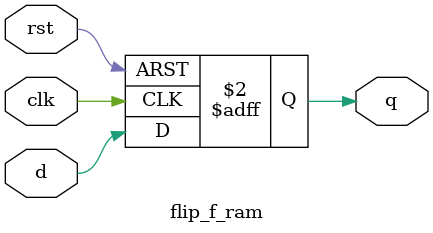
<source format=v>
module flip_f_ram  #( parameter rst_type =1 )  
(
input d,clk,rst,
output reg q
);
 generate
    if (rst_type)begin
        always@(posedge clk or posedge rst)begin
          if(rst)
           q='b0;
          else
           q=d;
        end
     end
    else begin
        always@(posedge clk )begin
         if(rst)
          q='b0;
         else
          q=d;
        end
      end
 endgenerate
endmodule
</source>
